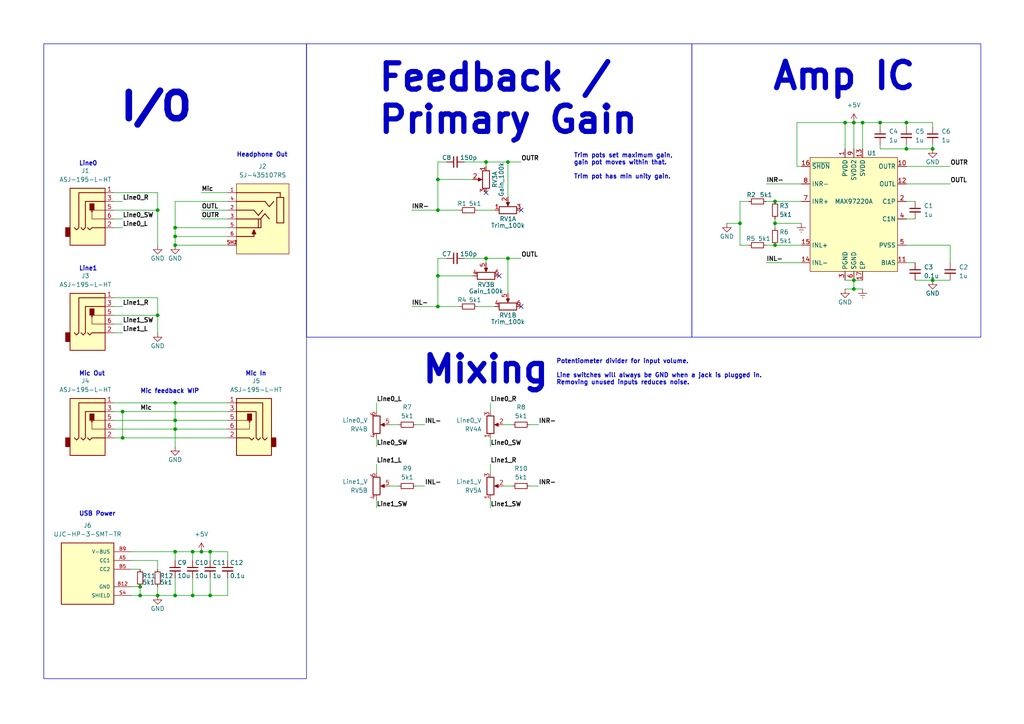
<source format=kicad_sch>
(kicad_sch (version 20230121) (generator eeschema)
  (paper "A4")
  (lib_symbols
    (symbol "Device:C_Small" (pin_numbers hide) (pin_names (offset 0.254) hide)
      (property "Reference" "C" (at 0.254 1.778 0))
      (property "Value" "C_Small" (at 0.254 -2.032 0))
      (symbol "C_Small_0_1"
        (polyline (pts (xy -1.524 -0.508) (xy 1.524 -0.508)) (stroke (width 0.3302)))
        (polyline (pts (xy -1.524 0.508) (xy 1.524 0.508)) (stroke (width 0.3048)))
      )
      (symbol "C_Small_1_1"
        (pin passive line (at 0 2.54 270) (length 2.032) (name "~") (number "1"))
        (pin passive line (at 0 -2.54 90) (length 2.032) (name "~") (number "2"))
      )
    )
    (symbol "Device:R_Potentiometer_Dual_Separate" (pin_names (offset 1.016) hide)
      (property "Reference" "RV" (at -4.445 0 90))
      (property "Value" "R_Potentiometer_Dual_Separate" (at -2.54 0 90))
      (symbol "R_Potentiometer_Dual_Separate_0_1"
        (polyline (pts (xy 2.54 0) (xy 1.524 0)))
        (polyline (pts (xy 1.143 0) (xy 2.286 0.508) (xy 2.286 -0.508) (xy 1.143 0)) (fill (type outline)))
        (rectangle (start 1.016 2.54) (end -1.016 -2.54) (stroke (width 0.254)))
      )
      (symbol "R_Potentiometer_Dual_Separate_1_1"
        (pin passive line (at 0 3.81 270) (length 1.27) (name "1") (number "1"))
        (pin passive line (at 3.81 0 180) (length 1.27) (name "2") (number "2"))
        (pin passive line (at 0 -3.81 90) (length 1.27) (name "3") (number "3"))
      )
      (symbol "R_Potentiometer_Dual_Separate_2_1"
        (pin passive line (at 0 3.81 270) (length 1.27) (name "4") (number "4"))
        (pin passive line (at 3.81 0 180) (length 1.27) (name "5") (number "5"))
        (pin passive line (at 0 -3.81 90) (length 1.27) (name "6") (number "6"))
      )
    )
    (symbol "Device:R_Small" (pin_numbers hide) (pin_names (offset 0.254) hide)
      (property "Reference" "R" (at 0.762 0.508 0))
      (property "Value" "R_Small" (at 0.762 -1.016 0))
      (symbol "R_Small_0_1"
        (rectangle (start -0.762 1.778) (end 0.762 -1.778) (stroke (width 0.2032)))
      )
      (symbol "R_Small_1_1"
        (pin passive line (at 0 2.54 270) (length 0.762) (name "~") (number "1"))
        (pin passive line (at 0 -2.54 90) (length 0.762) (name "~") (number "2"))
      )
    )
    (symbol "patchez_USB:UJC-HP-3-SMT-TR" (pin_names (offset 1.016))
      (property "Reference" "J?" (at -7.62 8.89 0))
      (property "Value" "UJC-HP-3-SMT-TR" (at -7.62 -11.43 0))
      (symbol "UJC-HP-3-SMT-TR_0_0"
        (rectangle (start -7.62 -10.16) (end 7.62 7.62) (stroke (width 0.254)) (fill (type background)))
        (pin bidirectional line (at -12.7 2.54 0) (length 5.08) (name "CC1") (number "A5"))
        (pin power_in line (at -12.7 -5.08 0) (length 5.08) (name "GND") (number "B12"))
        (pin bidirectional line (at -12.7 0 0) (length 5.08) (name "CC2") (number "B5"))
        (pin power_in line (at -12.7 5.08 0) (length 5.08) (name "V-BUS") (number "B9"))
        (pin passive line (at -12.7 -7.62 0) (length 5.08) (name "SHIELD") (number "S4"))
      )
      (symbol "UJC-HP-3-SMT-TR_1_0"
        (pin power_in line (at -12.7 -5.08 0) (length 5.08) hide (name "GND") (number "A12"))
        (pin power_in line (at -12.7 5.08 0) (length 5.08) hide (name "V-BUS") (number "A9"))
        (pin passive line (at -12.7 -7.62 0) (length 5.08) hide (name "SHIELD") (number "S1"))
        (pin passive line (at -12.7 -7.62 0) (length 5.08) hide (name "SHIELD") (number "S2"))
        (pin passive line (at -12.7 -7.62 0) (length 5.08) hide (name "SHIELD") (number "S3"))
      )
    )
    (symbol "patchez_audio:ASJ-195-L-HT"
      (property "Reference" "J" (at -7.62 5.08 0))
      (property "Value" "ASJ-195-L-HT" (at -7.62 2.54 0))
      (symbol "ASJ-195-L-HT_0_1"
        (rectangle (start -12.7 -10.16) (end -13.97 -12.7) (stroke (width 0.254)) (fill (type outline)))
        (rectangle (start -12.7 1.27) (end -2.54 -15.24) (stroke (width 0.254)) (fill (type background)))
        (polyline (pts (xy -6.35 -5.08) (xy -6.096 -5.588)))
        (polyline (pts (xy -2.54 -5.08) (xy -6.985 -5.08)))
        (polyline (pts (xy -7.62 -10.16) (xy -6.985 -10.795) (xy -6.35 -10.16) (xy -2.54 -10.16)) (stroke (width 0.254)))
        (polyline (pts (xy -2.54 -7.62) (xy -6.35 -7.62) (xy -6.35 -5.08) (xy -6.604 -5.588)))
        (polyline (pts (xy -9.525 -10.16) (xy -8.89 -10.795) (xy -8.255 -10.16) (xy -8.255 -2.54) (xy -2.54 -2.54)) (stroke (width 0.254)))
        (polyline (pts (xy -2.54 0) (xy -10.16 0) (xy -10.16 -10.16) (xy -10.795 -10.795) (xy -11.43 -10.16)) (stroke (width 0.254)))
      )
      (symbol "ASJ-195-L-HT_1_1"
        (rectangle (start -6.985 -3.175) (end -5.715 -5.08) (fill (type outline)))
        (pin passive line (at 0 0 180) (length 2.54) (name "~") (number "1"))
        (pin passive line (at 0 -10.16 180) (length 2.54) (name "~") (number "2"))
        (pin passive line (at 0 -2.54 180) (length 2.54) (name "~") (number "3"))
        (pin passive line (at 0 -5.08 180) (length 2.54) (name "~") (number "5"))
        (pin passive line (at 0 -7.62 180) (length 2.54) (name "~") (number "6"))
      )
    )
    (symbol "patchez_audio:MAX97220x"
      (property "Reference" "U?" (at 2.54 -17.78 0))
      (symbol "MAX97220x_1_0"
        (pin passive line (at 17.78 -5.08 180) (length 2.54) (name "OUTR") (number "10"))
        (pin passive line (at 17.78 -33.02 180) (length 2.54) (name "BIAS") (number "11"))
        (pin passive line (at 17.78 -10.16 180) (length 2.54) (name "OUTL") (number "12"))
        (pin passive line (at 5.08 0 270) (length 2.54) (name "SVDD") (number "13"))
        (pin passive line (at -12.7 -33.02 0) (length 2.54) (name "INL-") (number "14"))
        (pin passive line (at -12.7 -27.94 0) (length 2.54) (name "INL+") (number "15"))
        (pin passive line (at -12.7 -5.08 0) (length 2.54) (name "~{SHDN}") (number "16"))
        (pin passive line (at 5.08 -38.1 90) (length 2.54) (name "EP") (number "17"))
        (pin passive line (at 17.78 -15.24 180) (length 2.54) (name "C1P") (number "2"))
        (pin passive line (at 0 -38.1 90) (length 2.54) (name "PGND") (number "3"))
        (pin passive line (at 17.78 -20.32 180) (length 2.54) (name "C1N") (number "4"))
        (pin passive line (at 17.78 -27.94 180) (length 2.54) (name "PVSS") (number "5"))
        (pin passive line (at 2.54 -38.1 90) (length 2.54) (name "SGND") (number "6"))
        (pin passive line (at -12.7 -15.24 0) (length 2.54) (name "INR+") (number "7"))
        (pin passive line (at -12.7 -10.16 0) (length 2.54) (name "INR-") (number "8"))
        (pin passive line (at 2.54 0 270) (length 2.54) (name "SVDD2") (number "9"))
      )
      (symbol "MAX97220x_1_1"
        (rectangle (start -10.16 -2.54) (end 15.24 -35.56) (fill (type background)))
        (pin passive line (at 0 0 270) (length 2.54) (name "PVDD") (number "1"))
      )
    )
    (symbol "patchez_audio:SJ-435107RS" (pin_names (offset 1.016))
      (property "Reference" "J?" (at -7.6327 10.9402 0))
      (property "Value" "SJ-435107RS" (at -7.6315 -12.7192 0))
      (symbol "SJ-435107RS_0_0"
        (polyline (pts (xy -6.096 -1.143) (xy -4.064 -1.143)) (stroke (width 0.254)))
        (polyline (pts (xy -6.096 6.223) (xy -6.096 -1.143)) (stroke (width 0.254)))
        (polyline (pts (xy -5.08 6.35) (xy -5.08 7.62)) (stroke (width 0.254)))
        (polyline (pts (xy -5.08 7.62) (xy 7.62 7.62)) (stroke (width 0.254)))
        (polyline (pts (xy -4.064 -1.143) (xy -4.064 6.223)) (stroke (width 0.254)))
        (polyline (pts (xy -4.064 6.223) (xy -6.096 6.223)) (stroke (width 0.254)))
        (polyline (pts (xy -1.905 0) (xy -0.635 1.524)) (stroke (width 0.254)))
        (polyline (pts (xy -1.905 3.556) (xy -3.175 5.08)) (stroke (width 0.254)))
        (polyline (pts (xy -0.635 1.524) (xy 0.635 0)) (stroke (width 0.254)))
        (polyline (pts (xy -0.635 5.08) (xy -1.905 3.556)) (stroke (width 0.254)))
        (polyline (pts (xy 0 2.54) (xy 1.27 1.016)) (stroke (width 0.254)))
        (polyline (pts (xy 0.508 -2.54) (xy 1.27 -2.54)) (stroke (width 0.254)))
        (polyline (pts (xy 0.508 0) (xy 0.508 -2.54)) (stroke (width 0.254)))
        (polyline (pts (xy 0.635 0) (xy 7.62 0)) (stroke (width 0.254)))
        (polyline (pts (xy 1.27 -2.54) (xy 1.27 0)) (stroke (width 0.254)))
        (polyline (pts (xy 1.27 0) (xy 0.508 0)) (stroke (width 0.254)))
        (polyline (pts (xy 1.27 1.016) (xy 2.54 2.54)) (stroke (width 0.254)))
        (polyline (pts (xy 2.032 -4.318) (xy 2.54 -4.318)) (stroke (width 0.254)))
        (polyline (pts (xy 2.032 -4.318) (xy 2.54 -3.175)) (stroke (width 0.254)))
        (polyline (pts (xy 2.54 -5.08) (xy 2.54 -4.318)) (stroke (width 0.254)))
        (polyline (pts (xy 2.54 -4.318) (xy 3.048 -4.318)) (stroke (width 0.254)))
        (polyline (pts (xy 2.54 -3.175) (xy 3.048 -4.318)) (stroke (width 0.254)))
        (polyline (pts (xy 2.54 2.54) (xy 7.62 2.54)) (stroke (width 0.254)))
        (polyline (pts (xy 7.62 -5.08) (xy 2.54 -5.08)) (stroke (width 0.254)))
        (polyline (pts (xy 7.62 -2.54) (xy 1.27 -2.54)) (stroke (width 0.254)))
        (polyline (pts (xy 7.62 5.08) (xy -0.635 5.08)) (stroke (width 0.254)))
        (polyline (pts (xy 2.159 -4.318) (xy 3.048 -4.318) (xy 2.54 -3.175) (xy 2.032 -4.318) (xy 2.159 -4.318)) (stroke (width 0.254)) (fill (type outline)))
        (pin passive line (at 10.16 7.62 180) (length 2.54) (name "~") (number "1"))
        (pin passive line (at 10.16 2.54 180) (length 2.54) (name "~") (number "2"))
        (pin passive line (at 10.16 0 180) (length 2.54) (name "~") (number "3"))
        (pin passive line (at 10.16 5.08 180) (length 2.54) (name "~") (number "4"))
        (pin passive line (at 10.16 -2.54 180) (length 2.54) (name "~") (number "5"))
        (pin passive line (at 10.16 -5.08 180) (length 2.54) (name "~") (number "6"))
        (pin passive line (at 10.16 -7.62 180) (length 2.54) (name "~") (number "SH1"))
        (pin passive line (at 10.16 -7.62 180) (length 2.54) (name "~") (number "SH2"))
      )
      (symbol "SJ-435107RS_1_1"
        (rectangle (start -7.62 10.16) (end 7.62 -10.16) (fill (type background)))
      )
    )
    (symbol "power:+5V" (power) (pin_names (offset 0))
      (property "Value" "+5V" (at 0 3.556 0))
      (symbol "+5V_0_1"
        (polyline (pts (xy -0.762 1.27) (xy 0 2.54)))
        (polyline (pts (xy 0 0) (xy 0 2.54)))
        (polyline (pts (xy 0 2.54) (xy 0.762 1.27)))
      )
      (symbol "+5V_1_1"
        (pin power_in line (at 0 0 90) (length 0) hide (name "+5V") (number "1"))
      )
    )
    (symbol "power:Earth" (power) (pin_names (offset 0))
      (symbol "Earth_0_1"
        (polyline (pts (xy -0.635 -1.905) (xy 0.635 -1.905)))
        (polyline (pts (xy -0.127 -2.54) (xy 0.127 -2.54)))
        (polyline (pts (xy 0 -1.27) (xy 0 0)))
        (polyline (pts (xy 1.27 -1.27) (xy -1.27 -1.27)))
      )
      (symbol "Earth_1_1"
        (pin power_in line (at 0 0 270) (length 0) hide (name "Earth") (number "1"))
      )
    )
    (symbol "power:GND" (power) (pin_names (offset 0))
      (property "Value" "GND" (at 0 -3.81 0))
      (symbol "GND_0_1"
        (polyline (pts (xy 0 0) (xy 0 -1.27) (xy 1.27 -1.27) (xy 0 -2.54) (xy -1.27 -1.27) (xy 0 -1.27)))
      )
      (symbol "GND_1_1"
        (pin power_in line (at 0 0 270) (length 0) hide (name "GND") (number "1"))
      )
    )
  )
  (junction (at 50.8 71.12))
  (junction (at 55.88 160.02))
  (junction (at 245.11 35.56))
  (junction (at 35.56 119.38))
  (junction (at 60.96 172.72))
  (junction (at 50.8 121.92))
  (junction (at 224.79 71.12))
  (junction (at 45.72 60.96))
  (junction (at 224.79 58.42))
  (junction (at 262.89 43.18))
  (junction (at 270.51 81.28))
  (junction (at 247.65 35.56))
  (junction (at 50.8 68.58))
  (junction (at 50.8 160.02))
  (junction (at 140.97 46.99))
  (junction (at 214.63 64.77))
  (junction (at 127 60.96))
  (junction (at 140.97 74.93))
  (junction (at 247.65 83.82))
  (junction (at 45.72 91.44))
  (junction (at 55.88 172.72))
  (junction (at 147.32 74.93))
  (junction (at 50.8 66.04))
  (junction (at 247.65 81.28))
  (junction (at 270.51 43.18))
  (junction (at 224.79 64.77))
  (junction (at 250.19 35.56))
  (junction (at 58.42 160.02))
  (junction (at 35.56 127))
  (junction (at 60.96 160.02))
  (junction (at 45.72 172.72))
  (junction (at 50.8 116.84))
  (junction (at 50.8 172.72))
  (junction (at 40.64 172.72))
  (junction (at 127 80.01))
  (junction (at 147.32 46.99))
  (junction (at 262.89 35.56))
  (junction (at 50.8 124.46))
  (junction (at 127 52.07))
  (junction (at 255.27 35.56))
  (junction (at 40.64 170.18))
  (junction (at 127 88.9))
  (no_connect (at 144.78 80.01))
  (no_connect (at 151.13 88.9))
  (no_connect (at 140.97 55.88))
  (no_connect (at 151.13 60.96))
  (wire (pts (xy 231.14 48.26) (xy 232.41 48.26)))
  (wire (pts (xy 262.89 63.5) (xy 265.43 63.5)))
  (wire (pts (xy 127 46.99) (xy 129.54 46.99)))
  (wire (pts (xy 142.24 127) (xy 142.24 129.54)))
  (wire (pts (xy 40.64 172.72) (xy 40.64 170.18)))
  (wire (pts (xy 224.79 58.42) (xy 232.41 58.42)))
  (wire (pts (xy 142.24 134.62) (xy 142.24 137.16)))
  (wire (pts (xy 35.56 127) (xy 66.04 127)))
  (wire (pts (xy 129.54 74.93) (xy 127 74.93)))
  (wire (pts (xy 142.24 116.84) (xy 142.24 119.38)))
  (wire (pts (xy 55.88 160.02) (xy 55.88 162.56)))
  (wire (pts (xy 60.96 160.02) (xy 66.04 160.02)))
  (wire (pts (xy 33.02 63.5) (xy 35.56 63.5)))
  (wire (pts (xy 33.02 66.04) (xy 35.56 66.04)))
  (wire (pts (xy 33.02 55.88) (xy 45.72 55.88)))
  (wire (pts (xy 262.89 48.26) (xy 275.59 48.26)))
  (wire (pts (xy 55.88 167.64) (xy 55.88 172.72)))
  (wire (pts (xy 38.1 160.02) (xy 50.8 160.02)))
  (wire (pts (xy 50.8 71.12) (xy 66.04 71.12)))
  (wire (pts (xy 247.65 83.82) (xy 247.65 81.28)))
  (wire (pts (xy 50.8 121.92) (xy 66.04 121.92)))
  (wire (pts (xy 35.56 119.38) (xy 66.04 119.38)))
  (wire (pts (xy 45.72 60.96) (xy 45.72 71.12)))
  (wire (pts (xy 224.79 64.77) (xy 224.79 66.04)))
  (wire (pts (xy 50.8 71.12) (xy 50.8 68.58)))
  (wire (pts (xy 153.67 123.19) (xy 156.21 123.19)))
  (wire (pts (xy 33.02 96.52) (xy 35.56 96.52)))
  (wire (pts (xy 109.22 127) (xy 109.22 129.54)))
  (wire (pts (xy 33.02 88.9) (xy 35.56 88.9)))
  (wire (pts (xy 214.63 64.77) (xy 214.63 71.12)))
  (wire (pts (xy 245.11 83.82) (xy 247.65 83.82)))
  (wire (pts (xy 33.02 58.42) (xy 35.56 58.42)))
  (wire (pts (xy 275.59 71.12) (xy 275.59 76.2)))
  (wire (pts (xy 127 80.01) (xy 127 88.9)))
  (wire (pts (xy 134.62 74.93) (xy 140.97 74.93)))
  (wire (pts (xy 119.38 88.9) (xy 127 88.9)))
  (wire (pts (xy 265.43 81.28) (xy 270.51 81.28)))
  (wire (pts (xy 127 60.96) (xy 133.35 60.96)))
  (wire (pts (xy 33.02 86.36) (xy 45.72 86.36)))
  (wire (pts (xy 113.03 140.97) (xy 115.57 140.97)))
  (wire (pts (xy 217.17 58.42) (xy 214.63 58.42)))
  (wire (pts (xy 50.8 172.72) (xy 55.88 172.72)))
  (wire (pts (xy 113.03 123.19) (xy 115.57 123.19)))
  (wire (pts (xy 33.02 60.96) (xy 45.72 60.96)))
  (wire (pts (xy 33.02 124.46) (xy 50.8 124.46)))
  (wire (pts (xy 270.51 81.28) (xy 275.59 81.28)))
  (wire (pts (xy 66.04 160.02) (xy 66.04 162.56)))
  (wire (pts (xy 45.72 91.44) (xy 45.72 96.52)))
  (wire (pts (xy 255.27 35.56) (xy 255.27 36.83)))
  (wire (pts (xy 50.8 121.92) (xy 50.8 124.46)))
  (wire (pts (xy 109.22 116.84) (xy 109.22 119.38)))
  (wire (pts (xy 222.25 71.12) (xy 224.79 71.12)))
  (wire (pts (xy 224.79 71.12) (xy 232.41 71.12)))
  (wire (pts (xy 119.38 60.96) (xy 127 60.96)))
  (wire (pts (xy 262.89 53.34) (xy 275.59 53.34)))
  (wire (pts (xy 146.05 123.19) (xy 148.59 123.19)))
  (wire (pts (xy 38.1 162.56) (xy 45.72 162.56)))
  (wire (pts (xy 50.8 116.84) (xy 50.8 121.92)))
  (wire (pts (xy 262.89 43.18) (xy 270.51 43.18)))
  (wire (pts (xy 60.96 172.72) (xy 66.04 172.72)))
  (wire (pts (xy 58.42 160.02) (xy 55.88 160.02)))
  (wire (pts (xy 224.79 64.77) (xy 232.41 64.77)))
  (wire (pts (xy 137.16 52.07) (xy 127 52.07)))
  (wire (pts (xy 50.8 167.64) (xy 50.8 172.72)))
  (wire (pts (xy 134.62 46.99) (xy 140.97 46.99)))
  (wire (pts (xy 247.65 35.56) (xy 245.11 35.56)))
  (wire (pts (xy 140.97 74.93) (xy 147.32 74.93)))
  (wire (pts (xy 50.8 160.02) (xy 55.88 160.02)))
  (wire (pts (xy 127 88.9) (xy 133.35 88.9)))
  (wire (pts (xy 40.64 170.18) (xy 38.1 170.18)))
  (wire (pts (xy 109.22 134.62) (xy 109.22 137.16)))
  (wire (pts (xy 231.14 35.56) (xy 231.14 48.26)))
  (wire (pts (xy 262.89 71.12) (xy 275.59 71.12)))
  (wire (pts (xy 140.97 74.93) (xy 140.97 76.2)))
  (wire (pts (xy 245.11 35.56) (xy 245.11 43.18)))
  (wire (pts (xy 45.72 55.88) (xy 45.72 60.96)))
  (wire (pts (xy 270.51 41.91) (xy 270.51 43.18)))
  (wire (pts (xy 50.8 124.46) (xy 66.04 124.46)))
  (wire (pts (xy 38.1 165.1) (xy 40.64 165.1)))
  (wire (pts (xy 147.32 85.09) (xy 147.32 74.93)))
  (wire (pts (xy 66.04 172.72) (xy 66.04 167.64)))
  (wire (pts (xy 247.65 35.56) (xy 247.65 43.18)))
  (wire (pts (xy 55.88 172.72) (xy 60.96 172.72)))
  (wire (pts (xy 140.97 48.26) (xy 140.97 46.99)))
  (wire (pts (xy 255.27 41.91) (xy 255.27 43.18)))
  (wire (pts (xy 222.25 58.42) (xy 224.79 58.42)))
  (wire (pts (xy 147.32 74.93) (xy 151.13 74.93)))
  (wire (pts (xy 247.65 81.28) (xy 245.11 81.28)))
  (wire (pts (xy 60.96 167.64) (xy 60.96 172.72)))
  (wire (pts (xy 140.97 46.99) (xy 147.32 46.99)))
  (wire (pts (xy 60.96 160.02) (xy 60.96 162.56)))
  (wire (pts (xy 224.79 63.5) (xy 224.79 64.77)))
  (wire (pts (xy 50.8 68.58) (xy 50.8 66.04)))
  (wire (pts (xy 33.02 121.92) (xy 50.8 121.92)))
  (wire (pts (xy 146.05 140.97) (xy 148.59 140.97)))
  (wire (pts (xy 58.42 160.02) (xy 60.96 160.02)))
  (wire (pts (xy 58.42 60.96) (xy 66.04 60.96)))
  (wire (pts (xy 50.8 68.58) (xy 66.04 68.58)))
  (wire (pts (xy 109.22 144.78) (xy 109.22 147.32)))
  (wire (pts (xy 35.56 119.38) (xy 35.56 127)))
  (wire (pts (xy 262.89 35.56) (xy 270.51 35.56)))
  (wire (pts (xy 214.63 71.12) (xy 217.17 71.12)))
  (wire (pts (xy 214.63 58.42) (xy 214.63 64.77)))
  (wire (pts (xy 250.19 43.18) (xy 250.19 35.56)))
  (wire (pts (xy 222.25 76.2) (xy 232.41 76.2)))
  (wire (pts (xy 262.89 76.2) (xy 265.43 76.2)))
  (wire (pts (xy 45.72 162.56) (xy 45.72 165.1)))
  (wire (pts (xy 147.32 46.99) (xy 151.13 46.99)))
  (wire (pts (xy 222.25 53.34) (xy 232.41 53.34)))
  (wire (pts (xy 250.19 35.56) (xy 255.27 35.56)))
  (wire (pts (xy 33.02 91.44) (xy 45.72 91.44)))
  (wire (pts (xy 120.65 123.19) (xy 123.19 123.19)))
  (wire (pts (xy 250.19 35.56) (xy 247.65 35.56)))
  (wire (pts (xy 33.02 116.84) (xy 50.8 116.84)))
  (wire (pts (xy 50.8 66.04) (xy 50.8 58.42)))
  (wire (pts (xy 153.67 140.97) (xy 156.21 140.97)))
  (wire (pts (xy 245.11 35.56) (xy 231.14 35.56)))
  (wire (pts (xy 50.8 160.02) (xy 50.8 162.56)))
  (wire (pts (xy 127 74.93) (xy 127 80.01)))
  (wire (pts (xy 127 52.07) (xy 127 60.96)))
  (wire (pts (xy 33.02 119.38) (xy 35.56 119.38)))
  (wire (pts (xy 270.51 35.56) (xy 270.51 36.83)))
  (wire (pts (xy 147.32 57.15) (xy 147.32 46.99)))
  (wire (pts (xy 210.82 64.77) (xy 214.63 64.77)))
  (wire (pts (xy 255.27 35.56) (xy 262.89 35.56)))
  (wire (pts (xy 262.89 35.56) (xy 262.89 36.83)))
  (wire (pts (xy 58.42 55.88) (xy 66.04 55.88)))
  (wire (pts (xy 45.72 172.72) (xy 45.72 170.18)))
  (wire (pts (xy 138.43 60.96) (xy 143.51 60.96)))
  (wire (pts (xy 120.65 140.97) (xy 123.19 140.97)))
  (wire (pts (xy 262.89 58.42) (xy 265.43 58.42)))
  (wire (pts (xy 247.65 83.82) (xy 250.19 83.82)))
  (wire (pts (xy 33.02 127) (xy 35.56 127)))
  (wire (pts (xy 127 80.01) (xy 137.16 80.01)))
  (wire (pts (xy 138.43 88.9) (xy 143.51 88.9)))
  (wire (pts (xy 50.8 124.46) (xy 50.8 129.54)))
  (wire (pts (xy 45.72 172.72) (xy 50.8 172.72)))
  (wire (pts (xy 50.8 66.04) (xy 66.04 66.04)))
  (wire (pts (xy 50.8 116.84) (xy 66.04 116.84)))
  (wire (pts (xy 45.72 86.36) (xy 45.72 91.44)))
  (wire (pts (xy 40.64 172.72) (xy 45.72 172.72)))
  (wire (pts (xy 142.24 144.78) (xy 142.24 147.32)))
  (wire (pts (xy 127 46.99) (xy 127 52.07)))
  (wire (pts (xy 255.27 43.18) (xy 262.89 43.18)))
  (wire (pts (xy 38.1 172.72) (xy 40.64 172.72)))
  (wire (pts (xy 58.42 63.5) (xy 66.04 63.5)))
  (wire (pts (xy 50.8 58.42) (xy 66.04 58.42)))
  (wire (pts (xy 247.65 81.28) (xy 250.19 81.28)))
  (wire (pts (xy 33.02 93.98) (xy 35.56 93.98)))
  (wire (pts (xy 262.89 41.91) (xy 262.89 43.18)))
  (rectangle (start 12.7 12.7) (end 88.9 196.85))
  (rectangle (start 200.66 12.7) (end 284.48 97.79))
  (rectangle (start 88.9 12.7) (end 200.66 97.79))
  (text "Feedback /\nPrimary Gain" (at 109.22 39.37 0) (effects (font (size 7.62 7.62) bold) (justify left bottom)))
  (text "Mixing" (at 121.92 111.76 0) (effects (font (size 7.62 7.62) bold) (justify left bottom)))
  (text "Trim pots set maximum gain,\ngain pot moves within that.\n\nTrim pot has min unity gain." (at 166.37 52.07 0) (effects (font (size 1.27 1.27) bold) (justify left bottom)))
  (text "I/O" (at 34.29 35.56 0) (effects (font (size 7.62 7.62) (thickness 2.54) bold) (justify left bottom)))
  (text "Headphone Out" (at 68.58 45.72 0) (effects (font (size 1.27 1.27) bold) (justify left bottom)))
  (text "Mic In" (at 71.12 109.22 0) (effects (font (size 1.27 1.27) bold) (justify left bottom)))
  (text "Mic feedback WIP" (at 40.64 114.3 0) (effects (font (size 1.27 1.27) bold) (justify left bottom)))
  (text "Amp IC" (at 223.52 26.67 0) (effects (font (size 7.62 7.62) bold) (justify left bottom)))
  (text "Line0" (at 22.86 48.26 0) (effects (font (size 1.27 1.27) bold) (justify left bottom)))
  (text "Potentiometer divider for input volume.\n\nLine switches will always be GND when a jack is plugged in.\nRemoving unused inputs reduces noise." (at 161.29 111.76 0) (effects (font (size 1.27 1.27) bold) (justify left bottom)))
  (text "Line1" (at 22.86 78.74 0) (effects (font (size 1.27 1.27) bold) (justify left bottom)))
  (text "Mic Out" (at 22.86 109.22 0) (effects (font (size 1.27 1.27) bold) (justify left bottom)))
  (text "USB Power" (at 22.86 149.86 0) (effects (font (size 1.27 1.27) bold) (justify left bottom)))
  (label "INL-" (at 123.19 123.19 0) (effects (font bold)))
  (label "Line1_L" (at 109.22 134.62 0) (effects (font bold)))
  (label "Line1_SW" (at 109.22 147.32 0) (effects (font bold)))
  (label "Line1_SW" (at 142.24 147.32 0) (effects (font bold)))
  (label "Line0_L" (at 109.22 116.84 0) (effects (font bold)))
  (label "INR-" (at 119.38 60.96 0) (effects (font bold)))
  (label "INL-" (at 119.38 88.9 0) (effects (font bold)))
  (label "Line1_L" (at 35.56 96.52 0) (effects (font bold)))
  (label "OUTR" (at 275.59 48.26 0) (effects (font (thickness 0.254) bold)))
  (label "Line1_R" (at 142.24 134.62 0) (effects (font bold)))
  (label "INL-" (at 222.25 76.2 0) (effects (font bold)))
  (label "Mic" (at 58.42 55.88 0) (effects (font bold)))
  (label "Line1_SW" (at 35.56 93.98 0) (effects (font bold)))
  (label "Line0_SW" (at 109.22 129.54 0) (effects (font bold)))
  (label "OUTL" (at 58.42 60.96 0) (effects (font (thickness 0.254) bold)))
  (label "OUTL" (at 151.13 74.93 0) (effects (font (thickness 0.254) bold)))
  (label "INR-" (at 156.21 123.19 0) (effects (font bold)))
  (label "Line0_SW" (at 35.56 63.5 0) (effects (font bold)))
  (label "Mic" (at 40.64 119.38 0) (effects (font bold)))
  (label "INR-" (at 156.21 140.97 0) (effects (font bold)))
  (label "INR-" (at 222.25 53.34 0) (effects (font bold)))
  (label "Line0_L" (at 35.56 66.04 0) (effects (font bold)))
  (label "OUTR" (at 58.42 63.5 0) (effects (font (thickness 0.254) bold)))
  (label "Line1_R" (at 35.56 88.9 0) (effects (font bold)))
  (label "OUTR" (at 151.13 46.99 0) (effects (font (thickness 0.254) bold)))
  (label "Line0_R" (at 35.56 58.42 0) (effects (font bold)))
  (label "INL-" (at 123.19 140.97 0) (effects (font bold)))
  (label "OUTL" (at 275.59 53.34 0) (effects (font (thickness 0.254) bold)))
  (label "Line0_R" (at 142.24 116.84 0) (effects (font bold)))
  (label "Line0_SW" (at 142.24 129.54 0) (effects (font bold)))
  (symbol (lib_id "power:GND") (at 50.8 129.54 0) (unit 1)
    (property "Reference" "#PWR010" (effects hide))
    (property "Value" "GND" (at 50.8 133.35 0))
  )
  (symbol (lib_id "power:GND") (at 210.82 64.77 0) (unit 1)
    (property "Reference" "#PWR07" (effects hide))
    (property "Value" "GND" (at 210.82 68.58 0))
  )
  (symbol (lib_id "Device:R_Small") (at 40.64 167.64 180) (unit 1)
    (property "Reference" "R11" (at 41.275 167.005 0) (effects (justify right)))
    (property "Value" "5k1" (at 41.275 168.91 0) (effects (justify right)))
    (property "Footprint" "Resistor_SMD:R_0402_1005Metric" (effects hide))
  )
  (symbol (lib_id "Device:R_Small") (at 135.89 88.9 90) (unit 1)
    (property "Reference" "R4" (at 133.985 86.995 90))
    (property "Value" "5k1" (at 137.795 86.995 90))
    (property "Footprint" "Resistor_SMD:R_0402_1005Metric" (effects hide))
  )
  (symbol (lib_id "power:Earth") (at 232.41 64.77 0) (unit 1)
    (property "Reference" "#PWR06" (effects hide))
    (property "Value" "Earth" (effects hide))
  )
  (symbol (lib_id "Device:R_Potentiometer_Dual_Separate") (at 147.32 60.96 90) (unit 1)
    (property "Reference" "RV1" (at 147.32 63.5 90))
    (property "Value" "Trim_100k" (at 147.32 65.405 90))
    (property "Footprint" "patchez_audio:PS30-2" (effects hide))
  )
  (symbol (lib_id "Device:R_Potentiometer_Dual_Separate") (at 140.97 80.01 90) (unit 2)
    (property "Reference" "RV3" (at 140.97 82.55 90))
    (property "Value" "Gain_100k" (at 140.97 84.455 90))
    (property "Footprint" "patchez_audio:RK14K124" (effects hide))
  )
  (symbol (lib_id "patchez_audio:SJ-435107RS") (at 76.2 63.5 0) (mirror y) (unit 1)
    (property "Reference" "J2" (at 76.1365 48.26 0))
    (property "Value" "SJ-435107RS" (at 76.2 50.8 0))
    (property "Footprint" "patchez_audio:SJ-435107" (effects hide))
  )
  (symbol (lib_id "Device:C_Small") (at 50.8 165.1 0) (unit 1)
    (property "Reference" "C9" (at 51.435 163.195 0) (effects (justify left)))
    (property "Value" "10u" (at 51.435 167.005 0) (effects (justify left)))
    (property "Footprint" "Capacitor_SMD:C_0603_1608Metric" (effects hide))
  )
  (symbol (lib_id "patchez_audio:ASJ-195-L-HT") (at 33.02 116.84 0) (unit 1)
    (property "Reference" "J4" (at 24.765 110.49 0))
    (property "Value" "ASJ-195-L-HT" (at 24.765 113.03 0))
    (property "Footprint" "patchez_audio:ASJ-195-X-HT" (effects hide))
  )
  (symbol (lib_id "Device:C_Small") (at 66.04 165.1 0) (unit 1)
    (property "Reference" "C12" (at 66.675 163.195 0) (effects (justify left)))
    (property "Value" "0.1u" (at 66.675 167.005 0) (effects (justify left)))
    (property "Footprint" "Capacitor_SMD:C_0603_1608Metric" (effects hide))
  )
  (symbol (lib_id "Device:C_Small") (at 270.51 39.37 0) (unit 1)
    (property "Reference" "C6" (at 273.05 38.1063 0) (effects (justify left)))
    (property "Value" "1u" (at 273.05 40.6463 0) (effects (justify left)))
    (property "Footprint" "Capacitor_SMD:C_0603_1608Metric" (effects hide))
  )
  (symbol (lib_id "Device:C_Small") (at 265.43 60.96 0) (unit 1)
    (property "Reference" "C1" (at 267.97 59.6963 0) (effects (justify left)))
    (property "Value" "1u" (at 267.97 62.2363 0) (effects (justify left)))
    (property "Footprint" "Capacitor_SMD:C_0603_1608Metric" (effects hide))
  )
  (symbol (lib_id "power:GND") (at 270.51 43.18 0) (unit 1)
    (property "Reference" "#PWR05" (effects hide))
    (property "Value" "GND" (at 270.51 46.99 0))
  )
  (symbol (lib_id "Device:R_Small") (at 118.11 123.19 90) (unit 1)
    (property "Reference" "R7" (at 118.11 118.11 90))
    (property "Value" "5k1" (at 118.11 120.65 90))
    (property "Footprint" "Resistor_SMD:R_0402_1005Metric" (effects hide))
  )
  (symbol (lib_id "power:GND") (at 45.72 71.12 0) (unit 1)
    (property "Reference" "#PWR08" (effects hide))
    (property "Value" "GND" (at 45.72 74.93 0))
  )
  (symbol (lib_id "patchez_USB:UJC-HP-3-SMT-TR") (at 25.4 165.1 0) (mirror y) (unit 1)
    (property "Reference" "J6" (at 25.4 152.4 0))
    (property "Value" "UJC-HP-3-SMT-TR" (at 25.4 154.94 0))
    (property "Footprint" "patchez_USB:UJC-HP-3-SMT" (effects hide))
  )
  (symbol (lib_id "power:Earth") (at 250.19 83.82 0) (unit 1)
    (property "Reference" "#PWR01" (effects hide))
    (property "Value" "Earth" (effects hide))
  )
  (symbol (lib_id "Device:R_Potentiometer_Dual_Separate") (at 142.24 123.19 0) (mirror x) (unit 1)
    (property "Reference" "RV4" (at 139.7 124.46 0) (effects (justify right)))
    (property "Value" "Line0_V" (at 139.7 121.92 0) (effects (justify right)))
    (property "Footprint" "patchez_audio:RK14K124" (effects hide))
  )
  (symbol (lib_id "Device:R_Small") (at 151.13 140.97 90) (unit 1)
    (property "Reference" "R10" (at 151.13 135.89 90))
    (property "Value" "5k1" (at 151.13 138.43 90))
    (property "Footprint" "Resistor_SMD:R_0402_1005Metric" (effects hide))
  )
  (symbol (lib_id "Device:R_Small") (at 151.13 123.19 90) (unit 1)
    (property "Reference" "R8" (at 151.13 118.11 90))
    (property "Value" "5k1" (at 151.13 120.65 90))
    (property "Footprint" "Resistor_SMD:R_0402_1005Metric" (effects hide))
  )
  (symbol (lib_id "patchez_audio:MAX97220x") (at 245.11 43.18 0) (unit 1)
    (property "Reference" "U1" (at 251.46 44.45 0) (effects (justify left)))
    (property "Value" "MAX97220A" (at 247.65 58.42 0))
    (property "Footprint" "Package_DFN_QFN:TQFN-16-1EP_3x3mm_P0.5mm_EP1.23x1.23mm_ThermalVias" (effects hide))
  )
  (symbol (lib_id "Device:R_Small") (at 118.11 140.97 90) (unit 1)
    (property "Reference" "R9" (at 118.11 135.89 90))
    (property "Value" "5k1" (at 118.11 138.43 90))
    (property "Footprint" "Resistor_SMD:R_0402_1005Metric" (effects hide))
  )
  (symbol (lib_id "Device:R_Small") (at 45.72 167.64 180) (unit 1)
    (property "Reference" "R12" (at 46.355 167.005 0) (effects (justify right)))
    (property "Value" "5k1" (at 46.355 168.91 0) (effects (justify right)))
    (property "Footprint" "Resistor_SMD:R_0402_1005Metric" (effects hide))
  )
  (symbol (lib_id "Device:R_Small") (at 219.71 71.12 90) (mirror x) (unit 1)
    (property "Reference" "R5" (at 219.075 69.215 90) (effects (justify left)))
    (property "Value" "5k1" (at 223.52 69.215 90) (effects (justify left)))
    (property "Footprint" "Resistor_SMD:R_0402_1005Metric" (effects hide))
  )
  (symbol (lib_id "Device:C_Small") (at 55.88 165.1 0) (unit 1)
    (property "Reference" "C10" (at 56.515 163.195 0) (effects (justify left)))
    (property "Value" "10u" (at 56.515 167.005 0) (effects (justify left)))
    (property "Footprint" "Capacitor_SMD:C_0603_1608Metric" (effects hide))
  )
  (symbol (lib_id "power:GND") (at 45.72 172.72 0) (unit 1)
    (property "Reference" "#PWR012" (effects hide))
    (property "Value" "GND" (at 45.72 176.53 0))
  )
  (symbol (lib_id "Device:R_Small") (at 135.89 60.96 90) (unit 1)
    (property "Reference" "R1" (at 133.985 59.055 90))
    (property "Value" "5k1" (at 137.795 59.055 90))
    (property "Footprint" "Resistor_SMD:R_0402_1005Metric" (effects hide))
  )
  (symbol (lib_id "Device:R_Potentiometer_Dual_Separate") (at 142.24 140.97 0) (mirror x) (unit 1)
    (property "Reference" "RV5" (at 139.7 142.24 0) (effects (justify right)))
    (property "Value" "Line1_V" (at 139.7 139.7 0) (effects (justify right)))
    (property "Footprint" "patchez_audio:RK14K124" (effects hide))
  )
  (symbol (lib_id "patchez_audio:ASJ-195-L-HT") (at 66.04 116.84 0) (mirror y) (unit 1)
    (property "Reference" "J5" (at 74.295 110.49 0))
    (property "Value" "ASJ-195-L-HT" (at 74.295 113.03 0))
    (property "Footprint" "patchez_audio:ASJ-195-X-HT" (effects hide))
  )
  (symbol (lib_id "Device:C_Small") (at 262.89 39.37 0) (unit 1)
    (property "Reference" "C5" (at 265.43 38.1063 0) (effects (justify left)))
    (property "Value" "1u" (at 265.43 40.6463 0) (effects (justify left)))
    (property "Footprint" "Capacitor_SMD:C_0603_1608Metric" (effects hide))
  )
  (symbol (lib_id "power:GND") (at 270.51 81.28 0) (unit 1)
    (property "Reference" "#PWR03" (effects hide))
    (property "Value" "GND" (at 270.51 85.09 0))
  )
  (symbol (lib_id "power:GND") (at 45.72 96.52 0) (unit 1)
    (property "Reference" "#PWR09" (effects hide))
    (property "Value" "GND" (at 45.72 100.33 0))
  )
  (symbol (lib_id "power:GND") (at 245.11 83.82 0) (unit 1)
    (property "Reference" "#PWR02" (effects hide))
    (property "Value" "GND" (at 245.11 87.63 0))
  )
  (symbol (lib_id "Device:C_Small") (at 132.08 74.93 90) (unit 1)
    (property "Reference" "C7" (at 129.54 73.66 90))
    (property "Value" "150p" (at 135.89 73.66 90))
    (property "Footprint" "Capacitor_SMD:C_0402_1005Metric" (effects hide))
  )
  (symbol (lib_id "power:GND") (at 50.8 71.12 0) (unit 1)
    (property "Reference" "#PWR011" (effects hide))
    (property "Value" "GND" (at 50.8 74.93 0))
  )
  (symbol (lib_id "patchez_audio:ASJ-195-L-HT") (at 33.02 55.88 0) (unit 1)
    (property "Reference" "J1" (at 24.765 49.53 0))
    (property "Value" "ASJ-195-L-HT" (at 24.765 52.07 0))
    (property "Footprint" "patchez_audio:ASJ-195-X-HT" (effects hide))
  )
  (symbol (lib_id "Device:C_Small") (at 265.43 78.74 0) (unit 1)
    (property "Reference" "C3" (at 267.97 77.4763 0) (effects (justify left)))
    (property "Value" "0.1u" (at 267.97 80.0163 0) (effects (justify left)))
    (property "Footprint" "Capacitor_SMD:C_0402_1005Metric" (effects hide))
  )
  (symbol (lib_id "Device:R_Small") (at 219.71 58.42 270) (mirror x) (unit 1)
    (property "Reference" "R2" (at 216.535 56.515 90) (effects (justify left)))
    (property "Value" "5k1" (at 220.345 56.515 90) (effects (justify left)))
    (property "Footprint" "Resistor_SMD:R_0402_1005Metric" (effects hide))
  )
  (symbol (lib_id "Device:C_Small") (at 255.27 39.37 0) (unit 1)
    (property "Reference" "C4" (at 257.81 38.1063 0) (effects (justify left)))
    (property "Value" "1u" (at 257.81 40.6463 0) (effects (justify left)))
    (property "Footprint" "Capacitor_SMD:C_0603_1608Metric" (effects hide))
  )
  (symbol (lib_id "Device:C_Small") (at 275.59 78.74 0) (unit 1)
    (property "Reference" "C2" (at 278.13 77.4763 0) (effects (justify left)))
    (property "Value" "1u" (at 278.13 80.0163 0) (effects (justify left)))
    (property "Footprint" "Capacitor_SMD:C_0603_1608Metric" (effects hide))
  )
  (symbol (lib_id "Device:R_Potentiometer_Dual_Separate") (at 109.22 123.19 0) (mirror x) (unit 2)
    (property "Reference" "RV4" (at 106.68 124.46 0) (effects (justify right)))
    (property "Value" "Line0_V" (at 106.68 121.92 0) (effects (justify right)))
    (property "Footprint" "patchez_audio:RK14K124" (effects hide))
  )
  (symbol (lib_id "Device:R_Potentiometer_Dual_Separate") (at 109.22 140.97 0) (mirror x) (unit 2)
    (property "Reference" "RV5" (at 106.68 142.24 0) (effects (justify right)))
    (property "Value" "Line1_V" (at 106.68 139.7 0) (effects (justify right)))
    (property "Footprint" "patchez_audio:RK14K124" (effects hide))
  )
  (symbol (lib_id "power:+5V") (at 58.42 160.02 0) (unit 1)
    (property "Reference" "#PWR013" (effects hide))
    (property "Value" "+5V" (at 58.42 154.94 0))
  )
  (symbol (lib_id "power:+5V") (at 247.65 35.56 0) (unit 1)
    (property "Reference" "#PWR04" (effects hide))
    (property "Value" "+5V" (at 247.65 30.48 0))
  )
  (symbol (lib_id "Device:R_Potentiometer_Dual_Separate") (at 140.97 52.07 0) (mirror y) (unit 1)
    (property "Reference" "RV3" (at 143.51 52.07 90))
    (property "Value" "Gain_100k" (at 145.415 52.07 90))
    (property "Footprint" "patchez_audio:RK14K124" (effects hide))
  )
  (symbol (lib_id "patchez_audio:ASJ-195-L-HT") (at 33.02 86.36 0) (unit 1)
    (property "Reference" "J3" (at 24.765 80.01 0))
    (property "Value" "ASJ-195-L-HT" (at 24.765 82.55 0))
    (property "Footprint" "patchez_audio:ASJ-195-X-HT" (effects hide))
  )
  (symbol (lib_id "Device:R_Potentiometer_Dual_Separate") (at 147.32 88.9 90) (unit 2)
    (property "Reference" "RV1" (at 147.32 91.44 90))
    (property "Value" "Trim_100k" (at 147.32 93.345 90))
    (property "Footprint" "patchez_audio:PS30-2" (effects hide))
  )
  (symbol (lib_id "Device:C_Small") (at 60.96 165.1 0) (unit 1)
    (property "Reference" "C11" (at 61.595 163.195 0) (effects (justify left)))
    (property "Value" "1u" (at 61.595 167.005 0) (effects (justify left)))
    (property "Footprint" "Capacitor_SMD:C_0603_1608Metric" (effects hide))
  )
  (symbol (lib_id "Device:R_Small") (at 224.79 68.58 0) (unit 1)
    (property "Reference" "R6" (at 226.06 67.31 0) (effects (justify left)))
    (property "Value" "5k1" (at 226.06 69.85 0) (effects (justify left)))
    (property "Footprint" "Resistor_SMD:R_0402_1005Metric" (effects hide))
  )
  (symbol (lib_id "Device:C_Small") (at 132.08 46.99 90) (unit 1)
    (property "Reference" "C8" (at 129.54 45.72 90))
    (property "Value" "150p" (at 135.89 45.72 90))
    (property "Footprint" "Capacitor_SMD:C_0402_1005Metric" (effects hide))
  )
  (symbol (lib_id "Device:R_Small") (at 224.79 60.96 0) (unit 1)
    (property "Reference" "R3" (at 226.06 59.69 0) (effects (justify left)))
    (property "Value" "5k1" (at 226.06 62.23 0) (effects (justify left)))
    (property "Footprint" "Resistor_SMD:R_0402_1005Metric" (effects hide))
  )
)
</source>
